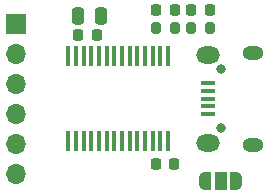
<source format=gbr>
%TF.GenerationSoftware,KiCad,Pcbnew,(5.99.0-10766-geeb405c196)*%
%TF.CreationDate,2021-06-27T17:30:59+04:00*%
%TF.ProjectId,FTDI_Basic_Breakout-3.3V,46544449-5f42-4617-9369-635f42726561,rev?*%
%TF.SameCoordinates,Original*%
%TF.FileFunction,Soldermask,Top*%
%TF.FilePolarity,Negative*%
%FSLAX46Y46*%
G04 Gerber Fmt 4.6, Leading zero omitted, Abs format (unit mm)*
G04 Created by KiCad (PCBNEW (5.99.0-10766-geeb405c196)) date 2021-06-27 17:30:59*
%MOMM*%
%LPD*%
G01*
G04 APERTURE LIST*
G04 Aperture macros list*
%AMRoundRect*
0 Rectangle with rounded corners*
0 $1 Rounding radius*
0 $2 $3 $4 $5 $6 $7 $8 $9 X,Y pos of 4 corners*
0 Add a 4 corners polygon primitive as box body*
4,1,4,$2,$3,$4,$5,$6,$7,$8,$9,$2,$3,0*
0 Add four circle primitives for the rounded corners*
1,1,$1+$1,$2,$3*
1,1,$1+$1,$4,$5*
1,1,$1+$1,$6,$7*
1,1,$1+$1,$8,$9*
0 Add four rect primitives between the rounded corners*
20,1,$1+$1,$2,$3,$4,$5,0*
20,1,$1+$1,$4,$5,$6,$7,0*
20,1,$1+$1,$6,$7,$8,$9,0*
20,1,$1+$1,$8,$9,$2,$3,0*%
%AMFreePoly0*
4,1,22,0.550000,-0.750000,0.000000,-0.750000,0.000000,-0.745033,-0.079941,-0.743568,-0.215256,-0.701293,-0.333266,-0.622738,-0.424486,-0.514219,-0.481581,-0.384460,-0.499164,-0.250000,-0.500000,-0.250000,-0.500000,0.250000,-0.499164,0.250000,-0.499963,0.256109,-0.478152,0.396186,-0.417904,0.524511,-0.324060,0.630769,-0.204165,0.706417,-0.067858,0.745374,0.000000,0.744959,0.000000,0.750000,
0.550000,0.750000,0.550000,-0.750000,0.550000,-0.750000,$1*%
%AMFreePoly1*
4,1,20,0.000000,0.744959,0.073905,0.744508,0.209726,0.703889,0.328688,0.626782,0.421226,0.519385,0.479903,0.390333,0.500000,0.250000,0.500000,-0.250000,0.499851,-0.262216,0.476331,-0.402017,0.414519,-0.529596,0.319384,-0.634700,0.198574,-0.708877,0.061801,-0.746166,0.000000,-0.745033,0.000000,-0.750000,-0.550000,-0.750000,-0.550000,0.750000,0.000000,0.750000,0.000000,0.744959,
0.000000,0.744959,$1*%
G04 Aperture macros list end*
%ADD10R,1.700000X1.700000*%
%ADD11O,1.700000X1.700000*%
%ADD12R,0.450000X1.750000*%
%ADD13O,0.800000X0.800000*%
%ADD14R,1.300000X0.450000*%
%ADD15O,2.000000X1.450000*%
%ADD16O,1.800000X1.150000*%
%ADD17RoundRect,0.200000X-0.200000X-0.275000X0.200000X-0.275000X0.200000X0.275000X-0.200000X0.275000X0*%
%ADD18RoundRect,0.250000X-0.250000X-0.475000X0.250000X-0.475000X0.250000X0.475000X-0.250000X0.475000X0*%
%ADD19RoundRect,0.225000X-0.225000X-0.250000X0.225000X-0.250000X0.225000X0.250000X-0.225000X0.250000X0*%
%ADD20FreePoly0,0.000000*%
%ADD21R,1.000000X1.500000*%
%ADD22FreePoly1,0.000000*%
%ADD23RoundRect,0.200000X0.200000X0.275000X-0.200000X0.275000X-0.200000X-0.275000X0.200000X-0.275000X0*%
%ADD24RoundRect,0.218750X-0.218750X-0.256250X0.218750X-0.256250X0.218750X0.256250X-0.218750X0.256250X0*%
%ADD25RoundRect,0.218750X0.218750X0.256250X-0.218750X0.256250X-0.218750X-0.256250X0.218750X-0.256250X0*%
G04 APERTURE END LIST*
D10*
%TO.C,J2*%
X121400000Y-94675000D03*
D11*
X121400000Y-97215000D03*
X121400000Y-99755000D03*
X121400000Y-102295000D03*
X121400000Y-104835000D03*
X121400000Y-107375000D03*
%TD*%
D12*
%TO.C,U1*%
X125775000Y-104600000D03*
X126425000Y-104600000D03*
X127075000Y-104600000D03*
X127725000Y-104600000D03*
X128375000Y-104600000D03*
X129025000Y-104600000D03*
X129675000Y-104600000D03*
X130325000Y-104600000D03*
X130975000Y-104600000D03*
X131625000Y-104600000D03*
X132275000Y-104600000D03*
X132925000Y-104600000D03*
X133575000Y-104600000D03*
X134225000Y-104600000D03*
X134225000Y-97400000D03*
X133575000Y-97400000D03*
X132925000Y-97400000D03*
X132275000Y-97400000D03*
X131625000Y-97400000D03*
X130975000Y-97400000D03*
X130325000Y-97400000D03*
X129675000Y-97400000D03*
X129025000Y-97400000D03*
X128375000Y-97400000D03*
X127725000Y-97400000D03*
X127075000Y-97400000D03*
X126425000Y-97400000D03*
X125775000Y-97400000D03*
%TD*%
D13*
%TO.C,J1*%
X138700000Y-98500000D03*
X138700000Y-103500000D03*
D14*
X137600000Y-102300000D03*
X137600000Y-101650000D03*
X137600000Y-101000000D03*
X137600000Y-100350000D03*
X137600000Y-99700000D03*
D15*
X137650000Y-97275000D03*
X137650000Y-104725000D03*
D16*
X141450000Y-104875000D03*
X141450000Y-97125000D03*
%TD*%
D17*
%TO.C,R2*%
X136175000Y-95000000D03*
X137825000Y-95000000D03*
%TD*%
D18*
%TO.C,C2*%
X126650000Y-94000000D03*
X128550000Y-94000000D03*
%TD*%
D19*
%TO.C,C3*%
X133225000Y-106500000D03*
X134775000Y-106500000D03*
%TD*%
D20*
%TO.C,JP1*%
X137400000Y-108000000D03*
D21*
X138700000Y-108000000D03*
D22*
X140000000Y-108000000D03*
%TD*%
D23*
%TO.C,R1*%
X134825000Y-95000000D03*
X133175000Y-95000000D03*
%TD*%
D24*
%TO.C,D1*%
X133212500Y-93500000D03*
X134787500Y-93500000D03*
%TD*%
D19*
%TO.C,C1*%
X126625000Y-95600000D03*
X128175000Y-95600000D03*
%TD*%
D25*
%TO.C,D2*%
X137787500Y-93500000D03*
X136212500Y-93500000D03*
%TD*%
M02*

</source>
